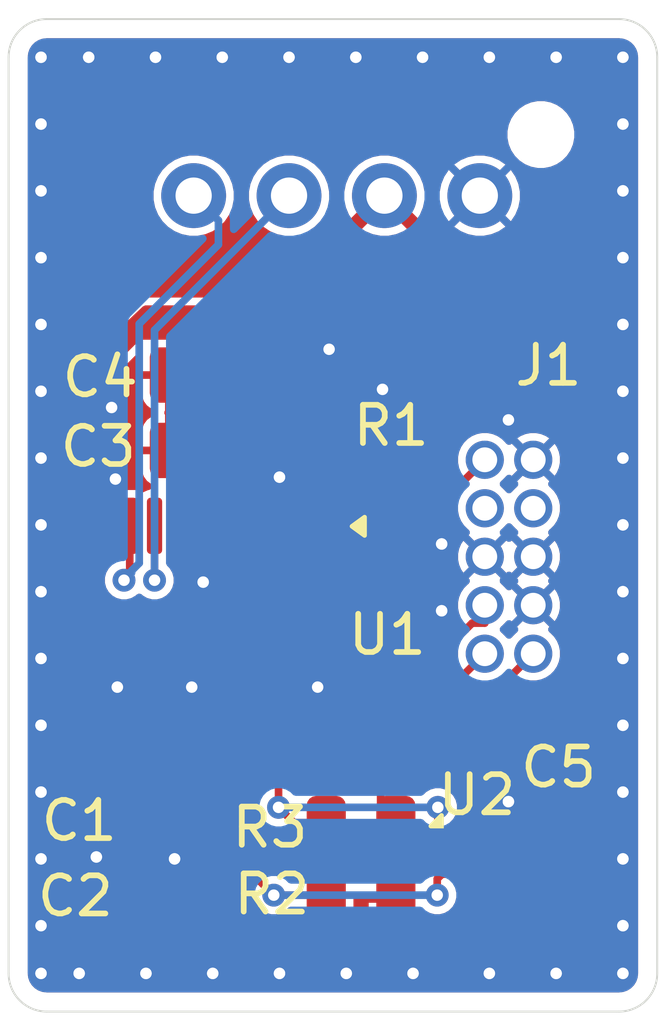
<source format=kicad_pcb>
(kicad_pcb (version 20241229) (generator "pcbnew") (generator_version "9.0")
  (layers (0 "F.Cu" signal) (2 "B.Cu" signal) (13 "F.Paste" user) (15 "B.Paste" user) (5 "F.SilkS" user "F.Silkscreen") (7 "B.SilkS" user "B.Silkscreen") (1 "F.Mask" user) (3 "B.Mask" user) (25 "Edge.Cuts" user))
  (net 0 "")
  (net 1 "/SWCLK")
  (net 2 "/SWDIO")
  (net 3 "GND")
  (net 4 "+3.3V")
  (net 5 "/IO_TX")
  (net 6 "/IO_RX")
  (net 8 "/nRESET")
  (net 10 "Net-(U1-BOOT0)")
  (net 11 "Net-(U1-PA10)")
  (net 12 "Net-(U1-PA9)")
  (footprint "Capacitor_SMD:C_0805_2012Metric" (layer "F.Cu") (at 108.55 111.8 180)
    (property "Reference" "C3" (at 2.8 0.1 180) (layer "F.SilkS"))
    (property "Value" "10n" (hide yes))
    (pad "1" smd roundrect (at -0.95 0 180) (size 1 1.45) (layers "F.Cu" "F.Mask" "F.Paste") (net 4 "+3.3V"))
    (pad "2" smd roundrect (at 0.95 0 180) (size 1 1.45) (layers "F.Cu" "F.Mask" "F.Paste") (net 3 "GND"))
  )
  (footprint "Resistor_SMD:R_0805_2012Metric" (layer "F.Cu") (at 111.75 111.1125 90)
    (property "Reference" "R1" (at -0.0375 1.675 180) (layer "F.SilkS"))
    (property "Value" "0" (hide yes))
    (pad "1" smd roundrect (at -0.9125 0 90) (size 1.025 1.4) (layers "F.Cu" "F.Mask" "F.Paste") (roundrect_rratio 0.243902) (net 10 "Net-(U1-BOOT0)"))
    (pad "2" smd roundrect (at 0.9125 0 90) (size 1.025 1.4) (layers "F.Cu" "F.Mask" "F.Paste") (roundrect_rratio 0.243902) (net 3 "GND"))
  )
  (footprint "Capacitor_SMD:C_0805_2012Metric" (layer "F.Cu") (at 117.825 122.45 90)
    (property "Reference" "C5" (at 2.35 -0.01 180) (layer "F.SilkS"))
    (property "Value" "100n" (hide yes))
    (pad "1" smd roundrect (at -0.95 0 90) (size 1 1.45) (layers "F.Cu" "F.Mask" "F.Paste") (net 4 "+3.3V"))
    (pad "2" smd roundrect (at 0.95 0 90) (size 1 1.45) (layers "F.Cu" "F.Mask" "F.Paste") (net 3 "GND"))
  )
  (footprint "Resistor_SMD:R_0805_2012Metric" (layer "F.Cu") (at 112.6375 123.45 180)
    (property "Reference" "R2" (at 2.3375 0.025 180) (layer "F.SilkS"))
    (property "Value" "10k" (hide yes))
    (pad "1" smd roundrect (at -0.9125 0 180) (size 1.025 1.4) (layers "F.Cu" "F.Mask" "F.Paste") (roundrect_rratio 0.243902) (net 4 "+3.3V"))
    (pad "2" smd roundrect (at 0.9125 0 180) (size 1.025 1.4) (layers "F.Cu" "F.Mask" "F.Paste") (roundrect_rratio 0.243902) (net 12 "Net-(U1-PA9)"))
  )
  (footprint "Resistor_SMD:R_0805_2012Metric" (layer "F.Cu") (at 112.6375 121.55 180)
    (property "Reference" "R3" (at 2.3875 -0.125 0) (layer "F.SilkS"))
    (property "Value" "10k" (hide yes))
    (pad "1" smd roundrect (at -0.9125 0 180) (size 1.025 1.4) (layers "F.Cu" "F.Mask" "F.Paste") (roundrect_rratio 0.243902) (net 4 "+3.3V"))
    (pad "2" smd roundrect (at 0.9125 0 180) (size 1.025 1.4) (layers "F.Cu" "F.Mask" "F.Paste") (roundrect_rratio 0.243902) (net 11 "Net-(U1-PA10)"))
  )
  (footprint "Package_SO:TSSOP-20_4.4x6.5mm_P0.65mm" (layer "F.Cu") (at 108.85 116.6375 -90)
    (property "Reference" "U1" (at -0.0125 -4.475 180) (layer "F.SilkS"))
    (property "Value" "STM32F030F4Px" (hide yes))
    (fp_poly (pts (xy -2.85 -3.55) (xy -3.09 -3.88) (xy -2.61 -3.88)) (stroke (width 0.12)) (fill yes) (layer "F.SilkS"))
    (pad "1" smd roundrect (at -2.8625 -2.925 270) (size 1.475 0.4) (layers "F.Cu" "F.Mask" "F.Paste") (net 10 "Net-(U1-BOOT0)"))
    (pad "2" smd roundrect (at -2.8625 -2.275 270) (size 1.475 0.4) (layers "F.Cu" "F.Mask" "F.Paste") (net 3 "GND"))
    (pad "3" smd roundrect (at -2.8625 -1.625 270) (size 1.475 0.4) (layers "F.Cu" "F.Mask" "F.Paste") (net 3 "GND"))
    (pad "4" smd roundrect (at -2.8625 -0.975 270) (size 1.475 0.4) (layers "F.Cu" "F.Mask" "F.Paste") (net 8 "/nRESET"))
    (pad "5" smd roundrect (at -2.8625 -0.325 270) (size 1.475 0.4) (layers "F.Cu" "F.Mask" "F.Paste") (net 4 "+3.3V"))
    (pad "6" smd roundrect (at -2.8625 0.325 270) (size 1.475 0.4) (layers "F.Cu" "F.Mask" "F.Paste") (net 3 "GND"))
    (pad "7" smd roundrect (at -2.8625 0.975 270) (size 1.475 0.4) (layers "F.Cu" "F.Mask" "F.Paste") (net 3 "GND"))
    (pad "8" smd roundrect (at -2.8625 1.625 270) (size 1.475 0.4) (layers "F.Cu" "F.Mask" "F.Paste") (net 5 "/IO_TX"))
    (pad "9" smd roundrect (at -2.8625 2.275 270) (size 1.475 0.4) (layers "F.Cu" "F.Mask" "F.Paste") (net 6 "/IO_RX"))
    (pad "10" smd roundrect (at -2.8625 2.925 270) (size 1.475 0.4) (layers "F.Cu" "F.Mask" "F.Paste") (net 3 "GND"))
    (pad "11" smd roundrect (at 2.8625 2.925 270) (size 1.475 0.4) (layers "F.Cu" "F.Mask" "F.Paste") (net 3 "GND"))
    (pad "12" smd roundrect (at 2.8625 2.275 270) (size 1.475 0.4) (layers "F.Cu" "F.Mask" "F.Paste") (net 3 "GND"))
    (pad "13" smd roundrect (at 2.8625 1.625 270) (size 1.475 0.4) (layers "F.Cu" "F.Mask" "F.Paste") (net 3 "GND"))
    (pad "14" smd roundrect (at 2.8625 0.975 270) (size 1.475 0.4) (layers "F.Cu" "F.Mask" "F.Paste") (net 3 "GND"))
    (pad "15" smd roundrect (at 2.8625 0.325 270) (size 1.475 0.4) (layers "F.Cu" "F.Mask" "F.Paste") (net 3 "GND"))
    (pad "16" smd roundrect (at 2.8625 -0.325 270) (size 1.475 0.4) (layers "F.Cu" "F.Mask" "F.Paste") (net 4 "+3.3V"))
    (pad "17" smd roundrect (at 2.8625 -0.975 270) (size 1.475 0.4) (layers "F.Cu" "F.Mask" "F.Paste") (net 12 "Net-(U1-PA9)"))
    (pad "18" smd roundrect (at 2.8625 -1.625 270) (size 1.475 0.4) (layers "F.Cu" "F.Mask" "F.Paste") (net 11 "Net-(U1-PA10)"))
    (pad "19" smd roundrect (at 2.8625 -2.275 270) (size 1.475 0.4) (layers "F.Cu" "F.Mask" "F.Paste") (net 2 "/SWDIO"))
    (pad "20" smd roundrect (at 2.8625 -2.925 270) (size 1.475 0.4) (layers "F.Cu" "F.Mask" "F.Paste") (net 1 "/SWCLK"))
  )
  (footprint "Sensor_Humidity:Sensirion_DFN-4_1.5x1.5mm_P0.8mm_SHT4x_NoCentralPad" (layer "F.Cu") (at 115.55 122.45)
    (property "Reference" "U2" (at 0.125 -1.625 180) (layer "F.SilkS"))
    (property "Value" "SHT4x" (hide yes))
    (fp_poly (pts (xy -0.803351 -0.80867) (xy -1.083351 -0.80867) (xy -0.803351 -1.08867) (xy -0.803351 -0.80867)) (stroke (width 0.12)) (fill yes) (layer "F.SilkS"))
    (pad "1" smd rect (at -0.7 -0.4) (size 0.5 0.3) (layers "F.Cu" "F.Mask" "F.Paste") (net 11 "Net-(U1-PA10)"))
    (pad "2" smd rect (at -0.7 0.4) (size 0.5 0.3) (layers "F.Cu" "F.Mask" "F.Paste") (net 12 "Net-(U1-PA9)"))
    (pad "3" smd rect (at 0.7 0.4) (size 0.5 0.3) (layers "F.Cu" "F.Mask" "F.Paste") (net 4 "+3.3V"))
    (pad "4" smd rect (at 0.7 -0.4) (size 0.5 0.3) (layers "F.Cu" "F.Mask" "F.Paste") (net 3 "GND"))
    (zone (net 0) (net_name "") (layer "F.Cu") (connect_pads (clearance 0)) (min_thickness 0.254)
      (keepout (tracks not_allowed) (vias not_allowed) (pads allowed) (copperpour not_allowed) (footprints allowed))
      (fill (thermal_gap 0.508) (thermal_bridge_width 0.508))
      (polygon (pts (xy 116.3 121.9) (xy 116 121.9) (xy 116 122.2) (xy 116.3 122.2) (xy 116.3 122.7) (xy 116 122.7) (xy 116 123) (xy 116.3 123) (xy 116.3 123.2) (xy 114.8 123.2) (xy 114.8 123) (xy 115.1 123) (xy 115.1 122.7) (xy 114.8 122.7) (xy 114.8 122.2) (xy 115.1 122.2) (xy 115.1 121.9) (xy 114.8 121.9) (xy 114.8 121.7) (xy 116.3 121.7)))
    )
  )
  (footprint "Capacitor_SMD:C_0805_2012Metric" (layer "F.Cu") (at 108.55 109.825 180)
    (property "Reference" "C4" (at 2.75 -0.05 180) (layer "F.SilkS"))
    (property "Value" "1µ" (hide yes))
    (pad "1" smd roundrect (at -0.95 0 180) (size 1 1.45) (layers "F.Cu" "F.Mask" "F.Paste") (net 4 "+3.3V"))
    (pad "2" smd roundrect (at 0.95 0 180) (size 1 1.45) (layers "F.Cu" "F.Mask" "F.Paste") (net 3 "GND"))
  )
  (footprint "Connector_PinHeader_1.27mm:PinHeader_2x05_P1.27mm_Vertical" (layer "F.Cu") (at 117.15 117.125 180)
    (property "Reference" "J2" (hide yes))
    (property "Value" "Conn_ARM_JTAG_SWD_10" (hide yes))
    (pad "1" thru_hole circle (at 0 0 180) (size 1 1) (drill 0.65) (layers "*.Cu" "*.Mask") (net 4 "+3.3V"))
    (pad "2" thru_hole circle (at 1.27 0 180) (size 1 1) (drill 0.65) (layers "*.Cu" "*.Mask") (net 2 "/SWDIO"))
    (pad "3" thru_hole circle (at 0 1.27 180) (size 1 1) (drill 0.65) (layers "*.Cu" "*.Mask") (net 3 "GND"))
    (pad "4" thru_hole circle (at 1.27 1.27 180) (size 1 1) (drill 0.65) (layers "*.Cu" "*.Mask") (net 1 "/SWCLK"))
    (pad "5" thru_hole circle (at 0 2.54 180) (size 1 1) (drill 0.65) (layers "*.Cu" "*.Mask") (net 3 "GND"))
    (pad "6" thru_hole circle (at 1.27 2.54 180) (size 1 1) (drill 0.65) (layers "*.Cu" "*.Mask") (net 3 "GND"))
    (pad "7" thru_hole circle (at 0 3.81 180) (size 1 1) (drill 0.65) (layers "*.Cu" "*.Mask"))
    (pad "8" thru_hole circle (at 1.27 3.81 180) (size 1 1) (drill 0.65) (layers "*.Cu" "*.Mask"))
    (pad "9" thru_hole circle (at 0 5.08 180) (size 1 1) (drill 0.65) (layers "*.Cu" "*.Mask") (net 3 "GND"))
    (pad "10" thru_hole circle (at 1.27 5.08 180) (size 1 1) (drill 0.65) (layers "*.Cu" "*.Mask") (net 8 "/nRESET"))
  )
  (footprint "Connector_JST:JST_XA_B04B-XASK-1-A_1x04_P2.50mm_Vertical" (layer "F.Cu") (at 115.75 105.125 180)
    (property "Reference" "J1" (at -1.8 -4.45 180) (layer "F.SilkS"))
    (property "Value" "Conn_01x04_Pin" (hide yes))
    (pad "" np_thru_hole circle (at -1.6 1.6 180) (size 1.25 1.25) (drill 1.25) (layers "*.Cu" "*.Mask"))
    (pad "1" thru_hole circle (at 0 0 180) (size 1.7 1.7) (drill 0.95) (layers "*.Cu" "*.Mask") (net 3 "GND"))
    (pad "2" thru_hole circle (at 2.5 0 180) (size 1.7 1.7) (drill 0.95) (layers "*.Cu" "*.Mask") (net 4 "+3.3V"))
    (pad "3" thru_hole circle (at 5 0 180) (size 1.7 1.7) (drill 0.95) (layers "*.Cu" "*.Mask") (net 5 "/IO_TX"))
    (pad "4" thru_hole circle (at 7.5 0 180) (size 1.7 1.7) (drill 0.95) (layers "*.Cu" "*.Mask") (net 6 "/IO_RX"))
  )
  (footprint "Capacitor_SMD:C_0805_2012Metric" (layer "F.Cu") (at 107.8 123.475 180)
    (property "Reference" "C2" (at 2.65 0 180) (layer "F.SilkS"))
    (property "Value" "100n" (hide yes))
    (pad "1" smd roundrect (at -0.95 0 180) (size 1 1.45) (layers "F.Cu" "F.Mask" "F.Paste") (net 4 "+3.3V"))
    (pad "2" smd roundrect (at 0.95 0 180) (size 1 1.45) (layers "F.Cu" "F.Mask" "F.Paste") (net 3 "GND"))
  )
  (footprint "Capacitor_SMD:C_0805_2012Metric" (layer "F.Cu") (at 107.8 121.475 180)
    (property "Reference" "C1" (at 2.55 -0.025 180) (layer "F.SilkS"))
    (property "Value" "100n" (hide yes))
    (pad "1" smd roundrect (at -0.95 0 180) (size 1 1.45) (layers "F.Cu" "F.Mask" "F.Paste") (net 4 "+3.3V"))
    (pad "2" smd roundrect (at 0.95 0 180) (size 1 1.45) (layers "F.Cu" "F.Mask" "F.Paste") (net 3 "GND"))
  )
  (gr_arc (start 119.4 100.5) (mid 120.107107 100.792893) (end 120.4 101.5) (stroke (width 0.05)) (layer "Edge.Cuts"))
  (gr_line (start 103.4 125.5) (end 103.4 101.5) (stroke (width 0.05)) (layer "Edge.Cuts"))
  (gr_arc (start 120.4 125.5) (mid 120.107107 126.207107) (end 119.4 126.5) (stroke (width 0.05)) (layer "Edge.Cuts"))
  (gr_arc (start 103.4 101.5) (mid 103.692893 100.792893) (end 104.4 100.5) (stroke (width 0.05)) (layer "Edge.Cuts"))
  (gr_line (start 104.4 100.5) (end 119.4 100.5) (stroke (width 0.05)) (layer "Edge.Cuts"))
  (gr_arc (start 104.4 126.5) (mid 103.692893 126.207107) (end 103.4 125.5) (stroke (width 0.05)) (layer "Edge.Cuts"))
  (gr_line (start 119.4 126.5) (end 104.4 126.5) (stroke (width 0.05)) (layer "Edge.Cuts"))
  (gr_line (start 120.4 101.5) (end 120.4 125.5) (stroke (width 0.05)) (layer "Edge.Cuts"))
  (segment (start 111.775 119.5) (end 111.775 119.9) (width 0.2) (layer "F.Cu") (net 1))
  (segment (start 112.0125 120.1375) (end 112.3004 120.1375) (width 0.2) (layer "F.Cu") (net 1))
  (segment (start 115.548214 116.324) (end 115.88 116.324) (width 0.2) (layer "F.Cu") (net 1))
  (segment (start 112.3004 120.1375) (end 115.079 117.3589) (width 0.2) (layer "F.Cu") (net 1))
  (segment (start 115.88 116.324) (end 115.88 115.855) (width 0.2) (layer "F.Cu") (net 1))
  (segment (start 115.079 117.3589) (end 115.079 116.793214) (width 0.2) (layer "F.Cu") (net 1))
  (segment (start 115.079 116.793214) (end 115.548214 116.324) (width 0.2) (layer "F.Cu") (net 1))
  (segment (start 111.775 119.9) (end 112.0125 120.1375) (width 0.2) (layer "F.Cu") (net 1))
  (segment (start 111.50613 120.5385) (end 112.4665 120.5385) (width 0.2) (layer "F.Cu") (net 2))
  (segment (start 111.125 119.5) (end 111.125 120.15737) (width 0.2) (layer "F.Cu") (net 2))
  (segment (start 112.4665 120.5385) (end 115.88 117.125) (width 0.2) (layer "F.Cu") (net 2))
  (segment (start 111.125 120.15737) (end 111.50613 120.5385) (width 0.2) (layer "F.Cu") (net 2))
  (segment (start 116.25 122.05) (end 117.275 122.05) (width 0.3) (layer "F.Cu") (net 3))
  (segment (start 108.5 119.475) (end 108.525 119.5) (width 0.2) (layer "F.Cu") (net 3))
  (segment (start 111.75 109.925) (end 111.725 109.9) (width 0.2) (layer "F.Cu") (net 3))
  (segment (start 117.275 122.05) (end 117.825 121.5) (width 0.3) (layer "F.Cu") (net 3))
  (segment (start 111.125 113.775) (end 110.475 113.775) (width 0.2) (layer "F.Cu") (net 3))
  (via (at 104.25 117.25) (size 0.6) (drill 0.3) (layers "F.Cu" "B.Cu") (net 3))
  (via (at 104.25 103.25) (size 0.6) (drill 0.3) (layers "F.Cu" "B.Cu") (net 3))
  (via (at 114 125.5) (size 0.6) (drill 0.3) (layers "F.Cu" "B.Cu") (net 3))
  (via (at 116.5 111) (size 0.6) (drill 0.3) (layers "F.Cu" "B.Cu") (net 3))
  (via (at 104.25 108.5) (size 0.6) (drill 0.3) (layers "F.Cu" "B.Cu") (net 3))
  (via (at 106.25 118) (size 0.6) (drill 0.3) (layers "F.Cu" "B.Cu") (net 3))
  (via (at 104.25 106.75) (size 0.6) (drill 0.3) (layers "F.Cu" "B.Cu") (net 3))
  (via (at 105.5 101.5) (size 0.6) (drill 0.3) (layers "F.Cu" "B.Cu") (net 3))
  (via (at 107.75 122.5) (size 0.6) (drill 0.3) (layers "F.Cu" "B.Cu") (net 3))
  (via (at 119.5 122.5) (size 0.6) (drill 0.3) (layers "F.Cu" "B.Cu") (net 3))
  (via (at 114.75 114.25) (size 0.6) (drill 0.3) (layers "F.Cu" "B.Cu") (net 3))
  (via (at 104.25 110.25) (size 0.6) (drill 0.3) (layers "F.Cu" "B.Cu") (net 3))
  (via (at 119.5 106.75) (size 0.6) (drill 0.3) (layers "F.Cu" "B.Cu") (net 3))
  (via (at 104.25 112) (size 0.6) (drill 0.3) (layers "F.Cu" "B.Cu") (net 3))
  (via (at 107 125.5) (size 0.6) (drill 0.3) (layers "F.Cu" "B.Cu") (net 3))
  (via (at 119.5 120.75) (size 0.6) (drill 0.3) (layers "F.Cu" "B.Cu") (net 3))
  (via (at 119.5 113.75) (size 0.6) (drill 0.3) (layers "F.Cu" "B.Cu") (net 3))
  (via (at 111.8 109.15) (size 0.6) (drill 0.3) (layers "F.Cu" "B.Cu") (net 3))
  (via (at 104.25 115.5) (size 0.6) (drill 0.3) (layers "F.Cu" "B.Cu") (net 3))
  (via (at 104.25 117.25) (size 0.6) (drill 0.3) (layers "F.Cu" "B.Cu") (net 3))
  (via (at 112.25 125.5) (size 0.6) (drill 0.3) (layers "F.Cu" "B.Cu") (net 3))
  (via (at 104.25 110.25) (size 0.6) (drill 0.3) (layers "F.Cu" "B.Cu") (net 3))
  (via (at 105.5 101.5) (size 0.6) (drill 0.3) (layers "F.Cu" "B.Cu") (net 3))
  (via (at 119.5 117.25) (size 0.6) (drill 0.3) (layers "F.Cu" "B.Cu") (net 3))
  (via (at 110.5 112.5) (size 0.6) (drill 0.3) (layers "F.Cu" "B.Cu") (net 3))
  (via (at 119.5 113.75) (size 0.6) (drill 0.3) (layers "F.Cu" "B.Cu") (net 3))
  (via (at 116 101.5) (size 0.6) (drill 0.3) (layers "F.Cu" "B.Cu") (net 3))
  (via (at 108.5 115.25) (size 0.6) (drill 0.3) (layers "F.Cu" "B.Cu") (net 3))
  (via (at 104.25 124.25) (size 0.6) (drill 0.3) (layers "F.Cu" "B.Cu") (net 3))
  (via (at 104.25 101.5) (size 0.6) (drill 0.3) (layers "F.Cu" "B.Cu") (net 3))
  (via (at 108.75 125.5) (size 0.6) (drill 0.3) (layers "F.Cu" "B.Cu") (net 3))
  (via (at 104.25 125.5) (size 0.6) (drill 0.3) (layers "F.Cu" "B.Cu") (net 3))
  (via (at 112.5 101.5) (size 0.6) (drill 0.3) (layers "F.Cu" "B.Cu") (net 3))
  (via (at 114.75 116) (size 0.6) (drill 0.3) (layers "F.Cu" "B.Cu") (net 3))
  (via (at 119.5 108.5) (size 0.6) (drill 0.3) (layers "F.Cu" "B.Cu") (net 3))
  (via (at 119.5 124.25) (size 0.6) (drill 0.3) (layers "F.Cu" "B.Cu") (net 3))
  (via (at 119.5 105) (size 0.6) (drill 0.3) (layers "F.Cu" "B.Cu") (net 3))
  (via (at 104.25 106.75) (size 0.6) (drill 0.3) (layers "F.Cu" "B.Cu") (net 3))
  (via (at 119.5 125.5) (size 0.6) (drill 0.3) (layers "F.Cu" "B.Cu") (net 3))
  (via (at 119.5 103.25) (size 0.6) (drill 0.3) (layers "F.Cu" "B.Cu") (net 3))
  (via (at 104.25 103.25) (size 0.6) (drill 0.3) (layers "F.Cu" "B.Cu") (net 3))
  (via (at 119.5 108.5) (size 0.6) (drill 0.3) (layers "F.Cu" "B.Cu") (net 3))
  (via (at 119.5 119) (size 0.6) (drill 0.3) (layers "F.Cu" "B.Cu") (net 3))
  (via (at 119.5 110.25) (size 0.6) (drill 0.3) (layers "F.Cu" "B.Cu") (net 3))
  (via (at 107.25 101.5) (size 0.6) (drill 0.3) (layers "F.Cu" "B.Cu") (net 3))
  (via (at 107.25 101.5) (size 0.6) (drill 0.3) (layers "F.Cu" "B.Cu") (net 3))
  (via (at 119.5 101.5) (size 0.6) (drill 0.3) (layers "F.Cu" "B.Cu") (net 3))
  (via (at 104.25 120.75) (size 0.6) (drill 0.3) (layers "F.Cu" "B.Cu") (net 3))
  (via (at 116 125.5) (size 0.6) (drill 0.3) (layers "F.Cu" "B.Cu") (net 3))
  (via (at 108.2 118) (size 0.6) (drill 0.3) (layers "F.Cu" "B.Cu") (net 3))
  (via (at 110.75 101.5) (size 0.6) (drill 0.3) (layers "F.Cu" "B.Cu") (net 3))
  (via (at 104.25 120.75) (size 0.6) (drill 0.3) (layers "F.Cu" "B.Cu") (net 3))
  (via (at 109 101.5) (size 0.6) (drill 0.3) (layers "F.Cu" "B.Cu") (net 3))
  (via (at 114 125.5) (size 0.6) (drill 0.3) (layers "F.Cu" "B.Cu") (net 3))
  (via (at 104.25 108.5) (size 0.6) (drill 0.3) (layers "F.Cu" "B.Cu") (net 3))
  (via (at 105.7 122.45) (size 0.6) (drill 0.3) (layers "F.Cu" "B.Cu") (net 3))
  (via (at 107.75 122.5) (size 0.6) (drill 0.3) (layers "F.Cu" "B.Cu") (net 3))
  (via (at 104.25 113.75) (size 0.6) (drill 0.3) (layers "F.Cu" "B.Cu") (net 3))
  (via (at 119.5 112) (size 0.6) (drill 0.3) (layers "F.Cu" "B.Cu") (net 3))
  (via (at 104.25 119) (size 0.6) (drill 0.3) (layers "F.Cu" "B.Cu") (net 3))
  (via (at 104.25 122.5) (size 0.6) (drill 0.3) (layers "F.Cu" "B.Cu") (net 3))
  (via (at 106.25 118) (size 0.6) (drill 0.3) (layers "F.Cu" "B.Cu") (net 3))
  (via (at 104.25 122.5) (size 0.6) (drill 0.3) (layers "F.Cu" "B.Cu") (net 3))
  (via (at 117.75 101.5) (size 0.6) (drill 0.3) (layers "F.Cu" "B.Cu") (net 3))
  (via (at 105.25 125.5) (size 0.6) (drill 0.3) (layers "F.Cu" "B.Cu") (net 3))
  (via (at 107 125.5) (size 0.6) (drill 0.3) (layers "F.Cu" "B.Cu") (net 3))
  (via (at 108.75 125.5) (size 0.6) (drill 0.3) (layers "F.Cu" "B.Cu") (net 3))
  (via (at 119.5 112) (size 0.6) (drill 0.3) (layers "F.Cu" "B.Cu") (net 3))
  (via (at 114.25 101.5) (size 0.6) (drill 0.3) (layers "F.Cu" "B.Cu") (net 3))
  (via (at 106.1 110.675) (size 0.6) (drill 0.3) (layers "F.Cu" "B.Cu") (net 3))
  (via (at 117.75 101.5) (size 0.6) (drill 0.3) (layers "F.Cu" "B.Cu") (net 3))
  (via (at 104.25 105) (size 0.6) (drill 0.3) (layers "F.Cu" "B.Cu") (net 3))
  (via (at 108.5 115.25) (size 0.6) (drill 0.3) (layers "F.Cu" "B.Cu") (net 3))
  (via (at 116 101.5) (size 0.6) (drill 0.3) (layers "F.Cu" "B.Cu") (net 3))
  (via (at 119.5 110.25) (size 0.6) (drill 0.3) (layers "F.Cu" "B.Cu") (net 3))
  (via (at 110.5 125.5) (size 0.6) (drill 0.3) (layers "F.Cu" "B.Cu") (net 3))
  (via (at 114.75 114.25) (size 0.6) (drill 0.3) (layers "F.Cu" "B.Cu") (net 3))
  (via (at 116.5 121) (size 0.6) (drill 0.3) (layers "F.Cu" "B.Cu") (net 3))
  (via (at 111.5 118) (size 0.6) (drill 0.3) (layers "F.Cu" "B.Cu") (net 3))
  (via (at 104.25 105) (size 0.6) (drill 0.3) (layers "F.Cu" "B.Cu") (net 3))
  (via (at 119.5 119) (size 0.6) (drill 0.3) (layers "F.Cu" "B.Cu") (net 3))
  (via (at 104.25 119) (size 0.6) (drill 0.3) (layers "F.Cu" "B.Cu") (net 3))
  (via (at 119.5 103.25) (size 0.6) (drill 0.3) (layers "F.Cu" "B.Cu") (net 3))
  (via (at 104.25 113.75) (size 0.6) (drill 0.3) (layers "F.Cu" "B.Cu") (net 3))
  (via (at 119.5 105) (size 0.6) (drill 0.3) (layers "F.Cu" "B.Cu") (net 3))
  (via (at 112.5 101.5) (size 0.6) (drill 0.3) (layers "F.Cu" "B.Cu") (net 3))
  (via (at 105.25 125.5) (size 0.6) (drill 0.3) (layers "F.Cu" "B.Cu") (net 3))
  (via (at 119.5 106.75) (size 0.6) (drill 0.3) (layers "F.Cu" "B.Cu") (net 3))
  (via (at 119.5 125.5) (size 0.6) (drill 0.3) (layers "F.Cu" "B.Cu") (net 3))
  (via (at 110.75 101.5) (size 0.6) (drill 0.3) (layers "F.Cu" "B.Cu") (net 3))
  (via (at 117.75 125.5) (size 0.6) (drill 0.3) (layers "F.Cu" "B.Cu") (net 3))
  (via (at 104.25 125.5) (size 0.6) (drill 0.3) (layers "F.Cu" "B.Cu") (net 3))
  (via (at 104.25 101.5) (size 0.6) (drill 0.3) (layers "F.Cu" "B.Cu") (net 3))
  (via (at 104.25 115.5) (size 0.6) (drill 0.3) (layers "F.Cu" "B.Cu") (net 3))
  (via (at 117.75 125.5) (size 0.6) (drill 0.3) (layers "F.Cu" "B.Cu") (net 3))
  (via (at 104.25 112) (size 0.6) (drill 0.3) (layers "F.Cu" "B.Cu") (net 3))
  (via (at 110.5 125.5) (size 0.6) (drill 0.3) (layers "F.Cu" "B.Cu") (net 3))
  (via (at 112.25 125.5) (size 0.6) (drill 0.3) (layers "F.Cu" "B.Cu") (net 3))
  (via (at 119.5 124.25) (size 0.6) (drill 0.3) (layers "F.Cu" "B.Cu") (net 3))
  (via (at 116 125.5) (size 0.6) (drill 0.3) (layers "F.Cu" "B.Cu") (net 3))
  (via (at 114.75 116) (size 0.6) (drill 0.3) (layers "F.Cu" "B.Cu") (net 3))
  (via (at 119.5 115.5) (size 0.6) (drill 0.3) (layers "F.Cu" "B.Cu") (net 3))
  (via (at 106.2 112.55) (size 0.6) (drill 0.3) (layers "F.Cu" "B.Cu") (net 3))
  (via (at 119.5 101.5) (size 0.6) (drill 0.3) (layers "F.Cu" "B.Cu") (net 3))
  (via (at 119.5 117.25) (size 0.6) (drill 0.3) (layers "F.Cu" "B.Cu") (net 3))
  (via (at 113.2 110.2) (size 0.6) (drill 0.3) (layers "F.Cu" "B.Cu") (net 3))
  (via (at 105.7 122.45) (size 0.6) (drill 0.3) (layers "F.Cu" "B.Cu") (net 3))
  (via (at 110.5 112.5) (size 0.6) (drill 0.3) (layers "F.Cu" "B.Cu") (net 3))
  (via (at 109 101.5) (size 0.6) (drill 0.3) (layers "F.Cu" "B.Cu") (net 3))
  (via (at 114.25 101.5) (size 0.6) (drill 0.3) (layers "F.Cu" "B.Cu") (net 3))
  (via (at 119.5 120.75) (size 0.6) (drill 0.3) (layers "F.Cu" "B.Cu") (net 3))
  (via (at 119.5 122.5) (size 0.6) (drill 0.3) (layers "F.Cu" "B.Cu") (net 3))
  (via (at 116.5 121) (size 0.6) (drill 0.3) (layers "F.Cu" "B.Cu") (net 3))
  (via (at 119.5 115.5) (size 0.6) (drill 0.3) (layers "F.Cu" "B.Cu") (net 3))
  (segment (start 113.55 121.55) (end 113.15 121.15) (width 0.2) (layer "F.Cu") (net 4))
  (segment (start 109.175 121.05) (end 108.75 121.475) (width 0.3) (layer "F.Cu") (net 4))
  (segment (start 116.25 122.85) (end 117.2 122.85) (width 0.3) (layer "F.Cu") (net 4))
  (segment (start 108.75 121.475) (end 108.75 123.475) (width 0.5) (layer "F.Cu") (net 4))
  (segment (start 117.2 122.85) (end 117.75 123.4) (width 0.3) (layer "F.Cu") (net 4))
  (segment (start 109.5 111.8) (end 109.5 109.825) (width 0.5) (layer "F.Cu") (net 4))
  (segment (start 113.15 121.15) (end 113.15 120.4221) (width 0.2) (layer "F.Cu") (net 4))
  (segment (start 116.325 117.95) (end 117.15 117.125) (width 0.2) (layer "F.Cu") (net 4))
  (segment (start 109.15 113.75) (end 109.175 113.775) (width 0.2) (layer "F.Cu") (net 4))
  (segment (start 109.175 113.775) (end 109.175 111.825) (width 0.3) (layer "F.Cu") (net 4))
  (segment (start 115.6221 117.95) (end 116.325 117.95) (width 0.2) (layer "F.Cu") (net 4))
  (segment (start 109.175 119.5) (end 109.175 121.05) (width 0.3) (layer "F.Cu") (net 4))
  (segment (start 113.15 120.4221) (end 115.6221 117.95) (width 0.2) (layer "F.Cu") (net 4))
  (segment (start 109.175 111.825) (end 109.15 111.8) (width 0.3) (layer "F.Cu") (net 4))
  (segment (start 113.55 121.55) (end 113.55 123.45) (width 0.5) (layer "F.Cu") (net 4))
  (segment (start 109.5 109.825) (end 109.5 108.675) (width 0.5) (layer "F.Cu") (net 4))
  (segment (start 107.225 113.775) (end 107.225 115.2) (width 0.2) (layer "F.Cu") (net 5))
  (via (at 107.225 115.2) (size 0.6) (drill 0.3) (layers "F.Cu" "B.Cu") (net 5))
  (segment (start 107.225 115.2) (end 107.225 108.65) (width 0.2) (layer "B.Cu") (net 5))
  (segment (start 107.225 108.65) (end 110.75 105.125) (width 0.2) (layer "B.Cu") (net 5))
  (segment (start 106.575 113.775) (end 106.575 115.049997) (width 0.2) (layer "F.Cu") (net 6))
  (segment (start 106.575 115.049997) (end 106.424997 115.2) (width 0.2) (layer "F.Cu") (net 6))
  (via (at 106.424997 115.2) (size 0.6) (drill 0.3) (layers "F.Cu" "B.Cu") (net 6))
  (segment (start 106.624 115.000997) (end 106.624 114.951057) (width 0.2) (layer "B.Cu") (net 6))
  (segment (start 106.424997 115.2) (end 106.624 115.000997) (width 0.2) (layer "B.Cu") (net 6))
  (segment (start 108.9 105.775) (end 108.25 105.125) (width 0.2) (layer "B.Cu") (net 6))
  (segment (start 106.624 114.951057) (end 106.824 114.751057) (width 0.2) (layer "B.Cu") (net 6))
  (segment (start 106.824 108.4839) (end 108.9 106.4079) (width 0.2) (layer "B.Cu") (net 6))
  (segment (start 106.824 114.751057) (end 106.824 108.4839) (width 0.2) (layer "B.Cu") (net 6))
  (segment (start 108.9 106.4079) (end 108.9 105.775) (width 0.2) (layer "B.Cu") (net 6))
  (segment (start 109.825 114.43237) (end 109.825 113.775) (width 0.2) (layer "F.Cu") (net 8))
  (segment (start 115.88 112.045) (end 113.1115 114.8135) (width 0.2) (layer "F.Cu") (net 8))
  (segment (start 113.1115 114.8135) (end 110.20613 114.8135) (width 0.2) (layer "F.Cu") (net 8))
  (segment (start 109.8 113.8) (end 109.825 113.775) (width 0.2) (layer "F.Cu") (net 8))
  (segment (start 110.20613 114.8135) (end 109.825 114.43237) (width 0.2) (layer "F.Cu") (net 8))
  (segment (start 111.75 112.025) (end 111.75 113.75) (width 0.2) (layer "F.Cu") (net 10))
  (segment (start 111.75 113.75) (end 111.775 113.775) (width 0.2) (layer "F.Cu") (net 10))
  (segment (start 110.551 119.576) (end 110.475 119.5) (width 0.2) (layer "F.Cu") (net 11))
  (segment (start 114.807164 122.05) (end 114.85 122.05) (width 0.2) (layer "F.Cu") (net 11))
  (segment (start 110.875 121.55) (end 111.725 121.55) (width 0.2) (layer "F.Cu") (net 11))
  (segment (start 114.65 121.15) (end 114.65 121.892836) (width 0.2) (layer "F.Cu") (net 11))
  (segment (start 114.65 121.892836) (end 114.807164 122.05) (width 0.2) (layer "F.Cu") (net 11))
  (segment (start 110.475 121.15) (end 110.875 121.55) (width 0.2) (layer "F.Cu") (net 11))
  (segment (start 110.475 119.5) (end 110.475 121.15) (width 0.2) (layer "F.Cu") (net 11))
  (via (at 110.475 121.15) (size 0.6) (drill 0.3) (layers "F.Cu" "B.Cu") (net 11))
  (via (at 114.65 121.15) (size 0.6) (drill 0.3) (layers "F.Cu" "B.Cu") (net 11))
  (segment (start 110.475 121.15) (end 114.65 121.15) (width 0.2) (layer "B.Cu") (net 11))
  (segment (start 109.825 119.5) (end 109.825 122.925) (width 0.2) (layer "F.Cu") (net 12))
  (segment (start 114.63359 123.449616) (end 114.63359 123.023574) (width 0.2) (layer "F.Cu") (net 12))
  (segment (start 110.35 123.45) (end 111.725 123.45) (width 0.2) (layer "F.Cu") (net 12))
  (segment (start 109.825 122.925) (end 110.35 123.45) (width 0.2) (layer "F.Cu") (net 12))
  (segment (start 114.63359 123.023574) (end 114.807164 122.85) (width 0.2) (layer "F.Cu") (net 12))
  (segment (start 114.807164 122.85) (end 114.85 122.85) (width 0.2) (layer "F.Cu") (net 12))
  (via (at 114.63359 123.449616) (size 0.6) (drill 0.3) (layers "F.Cu" "B.Cu") (net 12))
  (via (at 110.35 123.45) (size 0.6) (drill 0.3) (layers "F.Cu" "B.Cu") (net 12))
  (segment (start 110.35 123.45) (end 114.633206 123.45) (width 0.2) (layer "B.Cu") (net 12))
  (segment (start 114.633206 123.45) (end 114.63359 123.449616) (width 0.2) (layer "B.Cu") (net 12))
  (zone (net 3) (net_name "GND") (layer "F.Cu") (connect_pads (clearance 0.2)) (min_thickness 0.2) (fill yes (thermal_gap 0.2) (thermal_bridge_width 0.2) (island_removal_mode 2) (island_area_min 10))
    (polygon (pts (xy 120.45 100) (xy 120.475 100.025) (xy 120.45 126.625) (xy 103.2 126.725) (xy 103.175 100)))
  )
  (zone (net 4) (net_name "+3.3V") (layer "F.Cu") (priority 1) (connect_pads (clearance 0.2)) (min_thickness 0.2) (fill yes (thermal_gap 0.2) (thermal_bridge_width 0.4) (island_removal_mode 2) (island_area_min 10))
    (polygon (pts (xy 118.6 124.75) (xy 118.6 123.2) (xy 114.85 123.2) (xy 114.225 123.825) (xy 114.225 123.375) (xy 108.1 123.375) (xy 108.1 124.225) (xy 105.425 124.225) (xy 105.3 124.1) (xy 105.3 110.44313) (xy 106.84313 108.9) (xy 108.65 108.9) (xy 109.65 108.9) (xy 111.35 108.9) (xy 114.95 105.3) (xy 114.25874 105.272899) (xy 112.180656 105.223437) (xy 109.05 108) (xy 106.95 108) (xy 104.831016 109.989122) (xy 104.755 124.75)))
  )
  (zone (net 3) (net_name "GND") (layer "B.Cu") (priority 2) (connect_pads (clearance 0.2)) (min_thickness 0.2) (fill yes (thermal_gap 0.2) (thermal_bridge_width 0.2) (island_removal_mode 2) (island_area_min 10))
    (polygon (pts (xy 120.475 100.025) (xy 120.475 126.8) (xy 104.425 126.8) (xy 103.2 125.575) (xy 103.2 100) (xy 120.45 100)))
  )
)
</source>
